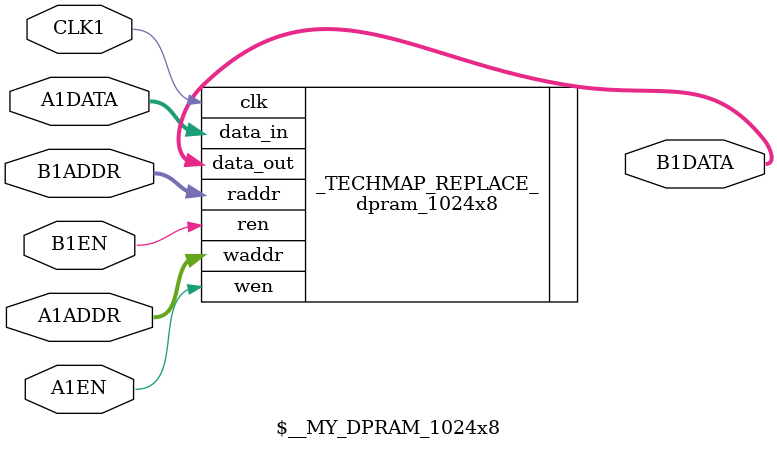
<source format=v>

module $__MY_DPRAM_1024x8 (
  output [0:7] B1DATA,
  input CLK1,
  input [0:9] B1ADDR,
  input [0:9] A1ADDR,
  input [0:7] A1DATA,
  input A1EN,
  input B1EN );

  generate
    dpram_1024x8 #() _TECHMAP_REPLACE_ (
      .clk    (CLK1),
      .wen    (A1EN),
      .waddr    (A1ADDR),
      .data_in    (A1DATA),
      .ren    (B1EN),
      .raddr    (B1ADDR),
      .data_out    (B1DATA) );
  endgenerate

endmodule

</source>
